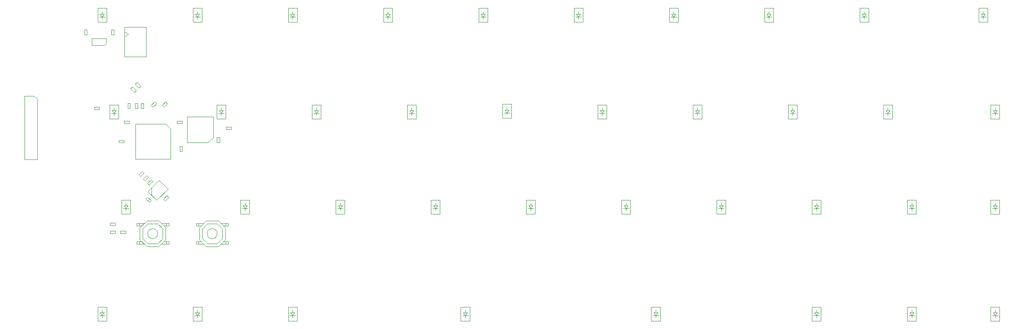
<source format=gbr>
%TF.GenerationSoftware,KiCad,Pcbnew,7.0.6*%
%TF.CreationDate,2023-07-31T23:10:21-04:00*%
%TF.ProjectId,cutiepie2040-hotswap,63757469-6570-4696-9532-3034302d686f,rev?*%
%TF.SameCoordinates,PX2d6b3a0PY6f46b48*%
%TF.FileFunction,AssemblyDrawing,Bot*%
%FSLAX46Y46*%
G04 Gerber Fmt 4.6, Leading zero omitted, Abs format (unit mm)*
G04 Created by KiCad (PCBNEW 7.0.6) date 2023-07-31 23:10:21*
%MOMM*%
%LPD*%
G01*
G04 APERTURE LIST*
%ADD10C,0.100000*%
G04 APERTURE END LIST*
D10*
%TO.C,C_1V-Decoup2*%
X28044742Y50127256D02*
X28398295Y49773703D01*
X28398295Y49773703D02*
X29105402Y50480810D01*
X28751849Y50834363D02*
X28044742Y50127256D01*
X29105402Y50480810D02*
X28751849Y50834363D01*
%TO.C,D6*%
X38985891Y47415862D02*
X40785891Y47415862D01*
X40785891Y47415862D02*
X40785891Y50215862D01*
X39885891Y48065862D02*
X39885891Y48465862D01*
X39885891Y48465862D02*
X39335891Y48465862D01*
X39885891Y48465862D02*
X40435891Y48465862D01*
X39885891Y48465862D02*
X40285891Y49065862D01*
X39485891Y49065862D02*
X39885891Y48465862D01*
X39885891Y49065862D02*
X39885891Y49565862D01*
X40285891Y49065862D02*
X39485891Y49065862D01*
X38985891Y50215862D02*
X38985891Y47415862D01*
X40785891Y50215862D02*
X38985891Y50215862D01*
%TO.C,D14*%
X77085923Y47415862D02*
X78885923Y47415862D01*
X78885923Y47415862D02*
X78885923Y50215862D01*
X77985923Y48065862D02*
X77985923Y48465862D01*
X77985923Y48465862D02*
X77435923Y48465862D01*
X77985923Y48465862D02*
X78535923Y48465862D01*
X77985923Y48465862D02*
X78385923Y49065862D01*
X77585923Y49065862D02*
X77985923Y48465862D01*
X77985923Y49065862D02*
X77985923Y49565862D01*
X78385923Y49065862D02*
X77585923Y49065862D01*
X77085923Y50215862D02*
X77085923Y47415862D01*
X78885923Y50215862D02*
X77085923Y50215862D01*
%TO.C,C_Crystal1*%
X28300645Y31333111D02*
X28654198Y30979558D01*
X28654198Y30979558D02*
X29361305Y31686665D01*
X29007752Y32040218D02*
X28300645Y31333111D01*
X29361305Y31686665D02*
X29007752Y32040218D01*
%TO.C,SW2*%
X22993816Y26507874D02*
X22993816Y26007874D01*
X22993816Y26007874D02*
X23993816Y26007874D01*
X22993816Y22807874D02*
X23993816Y22807874D01*
X22993816Y22307874D02*
X22993816Y22807874D01*
X23493816Y26507874D02*
X23493816Y26007874D01*
X23493816Y22307874D02*
X23493816Y22807874D01*
X23593816Y25607874D02*
X24993816Y27007874D01*
X23593816Y23207874D02*
X23593816Y25607874D01*
X24193816Y25407874D02*
X24193816Y23407874D01*
X24193816Y23407874D02*
X25193816Y22407874D01*
X24493816Y26507874D02*
X22993816Y26507874D01*
X24493816Y22307874D02*
X22993816Y22307874D01*
X24993816Y27007874D02*
X27393816Y27007874D01*
X24993816Y21807874D02*
X23593816Y23207874D01*
X25193816Y26407874D02*
X24193816Y25407874D01*
X25193816Y22407874D02*
X27193816Y22407874D01*
X27193816Y26407874D02*
X25193816Y26407874D01*
X27193816Y22407874D02*
X28193816Y23407874D01*
X27393816Y27007874D02*
X28793816Y25607874D01*
X27393816Y21807874D02*
X24993816Y21807874D01*
X27893816Y26507874D02*
X29393816Y26507874D01*
X27893816Y22307874D02*
X29393816Y22307874D01*
X28193816Y25407874D02*
X27193816Y26407874D01*
X28193816Y23407874D02*
X28193816Y25407874D01*
X28793816Y25607874D02*
X28793816Y23207874D01*
X28793816Y23207874D02*
X27393816Y21807874D01*
X28893816Y26507874D02*
X28893816Y26007874D01*
X28893816Y22307874D02*
X28893816Y22807874D01*
X29393816Y26507874D02*
X29393816Y26007874D01*
X29393816Y26007874D02*
X28393816Y26007874D01*
X29393816Y22807874D02*
X28393816Y22807874D01*
X29393816Y22307874D02*
X29393816Y22807874D01*
X27193816Y24407874D02*
G75*
G03*
X27193816Y24407874I-1000000J0D01*
G01*
%TO.C,D37*%
X193767271Y28365846D02*
X195567271Y28365846D01*
X195567271Y28365846D02*
X195567271Y31165846D01*
X194667271Y29015846D02*
X194667271Y29415846D01*
X194667271Y29415846D02*
X194117271Y29415846D01*
X194667271Y29415846D02*
X195217271Y29415846D01*
X194667271Y29415846D02*
X195067271Y30015846D01*
X194267271Y30015846D02*
X194667271Y29415846D01*
X194667271Y30015846D02*
X194667271Y30515846D01*
X195067271Y30015846D02*
X194267271Y30015846D01*
X193767271Y31165846D02*
X193767271Y28365846D01*
X195567271Y31165846D02*
X193767271Y31165846D01*
%TO.C,R_Crystal1*%
X25111695Y34486706D02*
X25493533Y34104868D01*
X25493533Y34104868D02*
X26235995Y34847330D01*
X25854157Y35229168D02*
X25111695Y34486706D01*
X26235995Y34847330D02*
X25854157Y35229168D01*
%TO.C,R_Flash2*%
X17632076Y24975531D02*
X17632076Y24435531D01*
X17632076Y24435531D02*
X18682076Y24435531D01*
X18682076Y24975531D02*
X17632076Y24975531D01*
X18682076Y24435531D02*
X18682076Y24975531D01*
%TO.C,D17*%
X96135939Y47551801D02*
X97935939Y47551801D01*
X97935939Y47551801D02*
X97935939Y50351801D01*
X97035939Y48201801D02*
X97035939Y48601801D01*
X97035939Y48601801D02*
X96485939Y48601801D01*
X97035939Y48601801D02*
X97585939Y48601801D01*
X97035939Y48601801D02*
X97435939Y49201801D01*
X96635939Y49201801D02*
X97035939Y48601801D01*
X97035939Y49201801D02*
X97035939Y49701801D01*
X97435939Y49201801D02*
X96635939Y49201801D01*
X96135939Y50351801D02*
X96135939Y47551801D01*
X97935939Y50351801D02*
X96135939Y50351801D01*
%TO.C,R_Flash1*%
X39020724Y42635265D02*
X39560724Y42635265D01*
X39560724Y42635265D02*
X39560724Y43685265D01*
X39020724Y43685265D02*
X39020724Y42635265D01*
X39560724Y43685265D02*
X39020724Y43685265D01*
%TO.C,SW1*%
X34900096Y26507874D02*
X34900096Y26007874D01*
X34900096Y26007874D02*
X35900096Y26007874D01*
X34900096Y22807874D02*
X35900096Y22807874D01*
X34900096Y22307874D02*
X34900096Y22807874D01*
X35400096Y26507874D02*
X35400096Y26007874D01*
X35400096Y22307874D02*
X35400096Y22807874D01*
X35500096Y25607874D02*
X36900096Y27007874D01*
X35500096Y23207874D02*
X35500096Y25607874D01*
X36100096Y25407874D02*
X36100096Y23407874D01*
X36100096Y23407874D02*
X37100096Y22407874D01*
X36400096Y26507874D02*
X34900096Y26507874D01*
X36400096Y22307874D02*
X34900096Y22307874D01*
X36900096Y27007874D02*
X39300096Y27007874D01*
X36900096Y21807874D02*
X35500096Y23207874D01*
X37100096Y26407874D02*
X36100096Y25407874D01*
X37100096Y22407874D02*
X39100096Y22407874D01*
X39100096Y26407874D02*
X37100096Y26407874D01*
X39100096Y22407874D02*
X40100096Y23407874D01*
X39300096Y27007874D02*
X40700096Y25607874D01*
X39300096Y21807874D02*
X36900096Y21807874D01*
X39800096Y26507874D02*
X41300096Y26507874D01*
X39800096Y22307874D02*
X41300096Y22307874D01*
X40100096Y25407874D02*
X39100096Y26407874D01*
X40100096Y23407874D02*
X40100096Y25407874D01*
X40700096Y25607874D02*
X40700096Y23207874D01*
X40700096Y23207874D02*
X39300096Y21807874D01*
X40800096Y26507874D02*
X40800096Y26007874D01*
X40800096Y22307874D02*
X40800096Y22807874D01*
X41300096Y26507874D02*
X41300096Y26007874D01*
X41300096Y26007874D02*
X40300096Y26007874D01*
X41300096Y22807874D02*
X40300096Y22807874D01*
X41300096Y22307874D02*
X41300096Y22807874D01*
X39100096Y24407874D02*
G75*
G03*
X39100096Y24407874I-1000000J0D01*
G01*
%TO.C,R_Flash3*%
X19715676Y24975531D02*
X19715676Y24435531D01*
X19715676Y24435531D02*
X20765676Y24435531D01*
X20765676Y24975531D02*
X19715676Y24975531D01*
X20765676Y24435531D02*
X20765676Y24975531D01*
%TO.C,D8*%
X34223387Y6934578D02*
X36023387Y6934578D01*
X36023387Y6934578D02*
X36023387Y9734578D01*
X35123387Y7584578D02*
X35123387Y7984578D01*
X35123387Y7984578D02*
X34573387Y7984578D01*
X35123387Y7984578D02*
X35673387Y7984578D01*
X35123387Y7984578D02*
X35523387Y8584578D01*
X34723387Y8584578D02*
X35123387Y7984578D01*
X35123387Y8584578D02*
X35123387Y9084578D01*
X35523387Y8584578D02*
X34723387Y8584578D01*
X34223387Y9734578D02*
X34223387Y6934578D01*
X36023387Y9734578D02*
X34223387Y9734578D01*
%TO.C,D20*%
X110423718Y66763453D02*
X112223718Y66763453D01*
X112223718Y66763453D02*
X112223718Y69563453D01*
X111323718Y67413453D02*
X111323718Y67813453D01*
X111323718Y67813453D02*
X110773718Y67813453D01*
X111323718Y67813453D02*
X111873718Y67813453D01*
X111323718Y67813453D02*
X111723718Y68413453D01*
X110923718Y68413453D02*
X111323718Y67813453D01*
X111323718Y68413453D02*
X111323718Y68913453D01*
X111723718Y68413453D02*
X110923718Y68413453D01*
X110423718Y69563453D02*
X110423718Y66763453D01*
X112223718Y69563453D02*
X110423718Y69563453D01*
%TO.C,D15*%
X81848427Y28365846D02*
X83648427Y28365846D01*
X83648427Y28365846D02*
X83648427Y31165846D01*
X82748427Y29015846D02*
X82748427Y29415846D01*
X82748427Y29415846D02*
X82198427Y29415846D01*
X82748427Y29415846D02*
X83298427Y29415846D01*
X82748427Y29415846D02*
X83148427Y30015846D01*
X82348427Y30015846D02*
X82748427Y29415846D01*
X82748427Y30015846D02*
X82748427Y30515846D01*
X83148427Y30015846D02*
X82348427Y30015846D01*
X81848427Y31165846D02*
X81848427Y28365846D01*
X83648427Y31165846D02*
X81848427Y31165846D01*
%TO.C,D31*%
X167573499Y66763453D02*
X169373499Y66763453D01*
X169373499Y66763453D02*
X169373499Y69563453D01*
X168473499Y67413453D02*
X168473499Y67813453D01*
X168473499Y67813453D02*
X167923499Y67813453D01*
X168473499Y67813453D02*
X169023499Y67813453D01*
X168473499Y67813453D02*
X168873499Y68413453D01*
X168073499Y68413453D02*
X168473499Y67813453D01*
X168473499Y68413453D02*
X168473499Y68913453D01*
X168873499Y68413453D02*
X168073499Y68413453D01*
X167573499Y69563453D02*
X167573499Y66763453D01*
X169373499Y69563453D02*
X167573499Y69563453D01*
%TO.C,C_3V-Decoup2*%
X21181304Y49506376D02*
X21681304Y49506376D01*
X21681304Y49506376D02*
X21681304Y50506376D01*
X21181304Y50506376D02*
X21181304Y49506376D01*
X21681304Y50506376D02*
X21181304Y50506376D01*
%TO.C,D13*%
X72323622Y66763453D02*
X74123622Y66763453D01*
X74123622Y66763453D02*
X74123622Y69563453D01*
X73223622Y67413453D02*
X73223622Y67813453D01*
X73223622Y67813453D02*
X72673622Y67813453D01*
X73223622Y67813453D02*
X73773622Y67813453D01*
X73223622Y67813453D02*
X73623622Y68413453D01*
X72823622Y68413453D02*
X73223622Y67813453D01*
X73223622Y68413453D02*
X73223622Y68913453D01*
X73623622Y68413453D02*
X72823622Y68413453D01*
X72323622Y69563453D02*
X72323622Y66763453D01*
X74123622Y69563453D02*
X72323622Y69563453D01*
%TO.C,D23*%
X125901589Y6934578D02*
X127701589Y6934578D01*
X127701589Y6934578D02*
X127701589Y9734578D01*
X126801589Y7584578D02*
X126801589Y7984578D01*
X126801589Y7984578D02*
X126251589Y7984578D01*
X126801589Y7984578D02*
X127351589Y7984578D01*
X126801589Y7984578D02*
X127201589Y8584578D01*
X126401589Y8584578D02*
X126801589Y7984578D01*
X126801589Y8584578D02*
X126801589Y9084578D01*
X127201589Y8584578D02*
X126401589Y8584578D01*
X125901589Y9734578D02*
X125901589Y6934578D01*
X127701589Y9734578D02*
X125901589Y9734578D01*
%TO.C,C_3V-Decoup7*%
X22669589Y49506376D02*
X23169589Y49506376D01*
X23169589Y49506376D02*
X23169589Y50506376D01*
X22669589Y50506376D02*
X22669589Y49506376D01*
X23169589Y50506376D02*
X22669589Y50506376D01*
%TO.C,D32*%
X172336003Y47415862D02*
X174136003Y47415862D01*
X174136003Y47415862D02*
X174136003Y50215862D01*
X173236003Y48065862D02*
X173236003Y48465862D01*
X173236003Y48465862D02*
X172686003Y48465862D01*
X173236003Y48465862D02*
X173786003Y48465862D01*
X173236003Y48465862D02*
X173636003Y49065862D01*
X172836003Y49065862D02*
X173236003Y48465862D01*
X173236003Y49065862D02*
X173236003Y49565862D01*
X173636003Y49065862D02*
X172836003Y49065862D01*
X172336003Y50215862D02*
X172336003Y47415862D01*
X174136003Y50215862D02*
X172336003Y50215862D01*
%TO.C,D4*%
X15173371Y6934578D02*
X16973371Y6934578D01*
X16973371Y6934578D02*
X16973371Y9734578D01*
X16073371Y7584578D02*
X16073371Y7984578D01*
X16073371Y7984578D02*
X15523371Y7984578D01*
X16073371Y7984578D02*
X16623371Y7984578D01*
X16073371Y7984578D02*
X16473371Y8584578D01*
X15673371Y8584578D02*
X16073371Y7984578D01*
X16073371Y8584578D02*
X16073371Y9084578D01*
X16473371Y8584578D02*
X15673371Y8584578D01*
X15173371Y9734578D02*
X15173371Y6934578D01*
X16973371Y9734578D02*
X15173371Y9734578D01*
%TO.C,C_3V-Decoup9*%
X32099299Y41874323D02*
X31599299Y41874323D01*
X31599299Y41874323D02*
X31599299Y40874323D01*
X32099299Y40874323D02*
X32099299Y41874323D01*
X31599299Y40874323D02*
X32099299Y40874323D01*
%TO.C,C_3V-Decoup4*%
X20443019Y42612608D02*
X20443019Y43112608D01*
X20443019Y43112608D02*
X19443019Y43112608D01*
X19443019Y42612608D02*
X20443019Y42612608D01*
X19443019Y43112608D02*
X19443019Y42612608D01*
%TO.C,D26*%
X138998475Y28365846D02*
X140798475Y28365846D01*
X140798475Y28365846D02*
X140798475Y31165846D01*
X139898475Y29015846D02*
X139898475Y29415846D01*
X139898475Y29415846D02*
X139348475Y29415846D01*
X139898475Y29415846D02*
X140448475Y29415846D01*
X139898475Y29415846D02*
X140298475Y30015846D01*
X139498475Y30015846D02*
X139898475Y29415846D01*
X139898475Y30015846D02*
X139898475Y30515846D01*
X140298475Y30015846D02*
X139498475Y30015846D01*
X138998475Y31165846D02*
X138998475Y28365846D01*
X140798475Y31165846D02*
X138998475Y31165846D01*
%TO.C,D28*%
X153285987Y47415862D02*
X155085987Y47415862D01*
X155085987Y47415862D02*
X155085987Y50215862D01*
X154185987Y48065862D02*
X154185987Y48465862D01*
X154185987Y48465862D02*
X153635987Y48465862D01*
X154185987Y48465862D02*
X154735987Y48465862D01*
X154185987Y48465862D02*
X154585987Y49065862D01*
X153785987Y49065862D02*
X154185987Y48465862D01*
X154185987Y49065862D02*
X154185987Y49565862D01*
X154585987Y49065862D02*
X153785987Y49065862D01*
X153285987Y50215862D02*
X153285987Y47415862D01*
X155085987Y50215862D02*
X153285987Y50215862D01*
%TO.C,R_DATA1*%
X23036934Y54735724D02*
X22655096Y54353886D01*
X22655096Y54353886D02*
X23397558Y53611424D01*
X23779396Y53993262D02*
X23036934Y54735724D01*
X23397558Y53611424D02*
X23779396Y53993262D01*
%TO.C,C_3V-Decoup8*%
X25311205Y35736765D02*
X24957652Y36090318D01*
X24957652Y36090318D02*
X24250545Y35383211D01*
X24604098Y35029658D02*
X25311205Y35736765D01*
X24250545Y35383211D02*
X24604098Y35029658D01*
%TO.C,C_Flash1*%
X40874323Y45791521D02*
X40874323Y45291521D01*
X40874323Y45291521D02*
X41874323Y45291521D01*
X41874323Y45791521D02*
X40874323Y45791521D01*
X41874323Y45291521D02*
X41874323Y45791521D01*
%TO.C,D10*%
X58035907Y47415862D02*
X59835907Y47415862D01*
X59835907Y47415862D02*
X59835907Y50215862D01*
X58935907Y48065862D02*
X58935907Y48465862D01*
X58935907Y48465862D02*
X58385907Y48465862D01*
X58935907Y48465862D02*
X59485907Y48465862D01*
X58935907Y48465862D02*
X59335907Y49065862D01*
X58535907Y49065862D02*
X58935907Y48465862D01*
X58935907Y49065862D02*
X58935907Y49565862D01*
X59335907Y49065862D02*
X58535907Y49065862D01*
X58035907Y50215862D02*
X58035907Y47415862D01*
X59835907Y50215862D02*
X58035907Y50215862D01*
%TO.C,D35*%
X191386019Y66763453D02*
X193186019Y66763453D01*
X193186019Y66763453D02*
X193186019Y69563453D01*
X192286019Y67413453D02*
X192286019Y67813453D01*
X192286019Y67813453D02*
X191736019Y67813453D01*
X192286019Y67813453D02*
X192836019Y67813453D01*
X192286019Y67813453D02*
X192686019Y68413453D01*
X191886019Y68413453D02*
X192286019Y67813453D01*
X192286019Y68413453D02*
X192286019Y68913453D01*
X192686019Y68413453D02*
X191886019Y68413453D01*
X191386019Y69563453D02*
X191386019Y66763453D01*
X193186019Y69563453D02*
X191386019Y69563453D01*
%TO.C,D38*%
X193767271Y6934578D02*
X195567271Y6934578D01*
X195567271Y6934578D02*
X195567271Y9734578D01*
X194667271Y7584578D02*
X194667271Y7984578D01*
X194667271Y7984578D02*
X194117271Y7984578D01*
X194667271Y7984578D02*
X195217271Y7984578D01*
X194667271Y7984578D02*
X195067271Y8584578D01*
X194267271Y8584578D02*
X194667271Y7984578D01*
X194667271Y8584578D02*
X194667271Y9084578D01*
X195067271Y8584578D02*
X194267271Y8584578D01*
X193767271Y9734578D02*
X193767271Y6934578D01*
X195567271Y9734578D02*
X193767271Y9734578D01*
%TO.C,D19*%
X87801557Y6934578D02*
X89601557Y6934578D01*
X89601557Y6934578D02*
X89601557Y9734578D01*
X88701557Y7584578D02*
X88701557Y7984578D01*
X88701557Y7984578D02*
X88151557Y7984578D01*
X88701557Y7984578D02*
X89251557Y7984578D01*
X88701557Y7984578D02*
X89101557Y8584578D01*
X88301557Y8584578D02*
X88701557Y7984578D01*
X88701557Y8584578D02*
X88701557Y9084578D01*
X89101557Y8584578D02*
X88301557Y8584578D01*
X87801557Y9734578D02*
X87801557Y6934578D01*
X89601557Y9734578D02*
X87801557Y9734578D01*
%TO.C,U3*%
X14028164Y62155627D02*
X16603164Y62155627D01*
X16603164Y62155627D02*
X16928164Y62480627D01*
X16928164Y62480627D02*
X16928164Y63455627D01*
X14028164Y63455627D02*
X14028164Y62155627D01*
X16928164Y63455627D02*
X14028164Y63455627D01*
%TO.C,D25*%
X134235971Y47415862D02*
X136035971Y47415862D01*
X136035971Y47415862D02*
X136035971Y50215862D01*
X135135971Y48065862D02*
X135135971Y48465862D01*
X135135971Y48465862D02*
X134585971Y48465862D01*
X135135971Y48465862D02*
X135685971Y48465862D01*
X135135971Y48465862D02*
X135535971Y49065862D01*
X134735971Y49065862D02*
X135135971Y48465862D01*
X135135971Y49065862D02*
X135135971Y49565862D01*
X135535971Y49065862D02*
X134735971Y49065862D01*
X134235971Y50215862D02*
X134235971Y47415862D01*
X136035971Y50215862D02*
X134235971Y50215862D01*
%TO.C,D11*%
X62798411Y28365846D02*
X64598411Y28365846D01*
X64598411Y28365846D02*
X64598411Y31165846D01*
X63698411Y29015846D02*
X63698411Y29415846D01*
X63698411Y29415846D02*
X63148411Y29415846D01*
X63698411Y29415846D02*
X64248411Y29415846D01*
X63698411Y29415846D02*
X64098411Y30015846D01*
X63298411Y30015846D02*
X63698411Y29415846D01*
X63698411Y30015846D02*
X63698411Y30515846D01*
X64098411Y30015846D02*
X63298411Y30015846D01*
X62798411Y31165846D02*
X62798411Y28365846D01*
X64598411Y31165846D02*
X62798411Y31165846D01*
%TO.C,C_1V-Decoup3*%
X24469304Y36578666D02*
X24115751Y36932219D01*
X24115751Y36932219D02*
X23408644Y36225112D01*
X23762197Y35871559D02*
X24469304Y36578666D01*
X23408644Y36225112D02*
X23762197Y35871559D01*
%TO.C,D18*%
X100898443Y28365846D02*
X102698443Y28365846D01*
X102698443Y28365846D02*
X102698443Y31165846D01*
X101798443Y29015846D02*
X101798443Y29415846D01*
X101798443Y29415846D02*
X101248443Y29415846D01*
X101798443Y29415846D02*
X102348443Y29415846D01*
X101798443Y29415846D02*
X102198443Y30015846D01*
X101398443Y30015846D02*
X101798443Y29415846D01*
X101798443Y30015846D02*
X101798443Y30515846D01*
X102198443Y30015846D02*
X101398443Y30015846D01*
X100898443Y31165846D02*
X100898443Y28365846D01*
X102698443Y31165846D02*
X100898443Y31165846D01*
%TO.C,D34*%
X177098507Y6934578D02*
X178898507Y6934578D01*
X178898507Y6934578D02*
X178898507Y9734578D01*
X177998507Y7584578D02*
X177998507Y7984578D01*
X177998507Y7984578D02*
X177448507Y7984578D01*
X177998507Y7984578D02*
X178548507Y7984578D01*
X177998507Y7984578D02*
X178398507Y8584578D01*
X177598507Y8584578D02*
X177998507Y7984578D01*
X177998507Y8584578D02*
X177998507Y9084578D01*
X178398507Y8584578D02*
X177598507Y8584578D01*
X177098507Y9734578D02*
X177098507Y6934578D01*
X178898507Y9734578D02*
X177098507Y9734578D01*
%TO.C,D2*%
X17554623Y47415862D02*
X19354623Y47415862D01*
X19354623Y47415862D02*
X19354623Y50215862D01*
X18454623Y48065862D02*
X18454623Y48465862D01*
X18454623Y48465862D02*
X17904623Y48465862D01*
X18454623Y48465862D02*
X19004623Y48465862D01*
X18454623Y48465862D02*
X18854623Y49065862D01*
X18054623Y49065862D02*
X18454623Y48465862D01*
X18454623Y49065862D02*
X18454623Y49565862D01*
X18854623Y49065862D02*
X18054623Y49065862D01*
X17554623Y50215862D02*
X17554623Y47415862D01*
X19354623Y50215862D02*
X17554623Y50215862D01*
%TO.C,D3*%
X19935875Y28365846D02*
X21735875Y28365846D01*
X21735875Y28365846D02*
X21735875Y31165846D01*
X20835875Y29015846D02*
X20835875Y29415846D01*
X20835875Y29415846D02*
X20285875Y29415846D01*
X20835875Y29415846D02*
X21385875Y29415846D01*
X20835875Y29415846D02*
X21235875Y30015846D01*
X20435875Y30015846D02*
X20835875Y29415846D01*
X20835875Y30015846D02*
X20835875Y30515846D01*
X21235875Y30015846D02*
X20435875Y30015846D01*
X19935875Y31165846D02*
X19935875Y28365846D01*
X21735875Y31165846D02*
X19935875Y31165846D01*
%TO.C,D29*%
X158048491Y28365846D02*
X159848491Y28365846D01*
X159848491Y28365846D02*
X159848491Y31165846D01*
X158948491Y29015846D02*
X158948491Y29415846D01*
X158948491Y29415846D02*
X158398491Y29415846D01*
X158948491Y29415846D02*
X159498491Y29415846D01*
X158948491Y29415846D02*
X159348491Y30015846D01*
X158548491Y30015846D02*
X158948491Y29415846D01*
X158948491Y30015846D02*
X158948491Y30515846D01*
X159348491Y30015846D02*
X158548491Y30015846D01*
X158048491Y31165846D02*
X158048491Y28365846D01*
X159848491Y31165846D02*
X158048491Y31165846D01*
%TO.C,D16*%
X91373670Y66763453D02*
X93173670Y66763453D01*
X93173670Y66763453D02*
X93173670Y69563453D01*
X92273670Y67413453D02*
X92273670Y67813453D01*
X92273670Y67813453D02*
X91723670Y67813453D01*
X92273670Y67813453D02*
X92823670Y67813453D01*
X92273670Y67813453D02*
X92673670Y68413453D01*
X91873670Y68413453D02*
X92273670Y67813453D01*
X92273670Y68413453D02*
X92273670Y68913453D01*
X92673670Y68413453D02*
X91873670Y68413453D01*
X91373670Y69563453D02*
X91373670Y66763453D01*
X93173670Y69563453D02*
X91373670Y69563453D01*
%TO.C,C_3V-Decoup6*%
X31051642Y46982149D02*
X31051642Y46482149D01*
X31051642Y46482149D02*
X32051642Y46482149D01*
X32051642Y46982149D02*
X31051642Y46982149D01*
X32051642Y46482149D02*
X32051642Y46982149D01*
%TO.C,D30*%
X158048491Y6934578D02*
X159848491Y6934578D01*
X159848491Y6934578D02*
X159848491Y9734578D01*
X158948491Y7584578D02*
X158948491Y7984578D01*
X158948491Y7984578D02*
X158398491Y7984578D01*
X158948491Y7984578D02*
X159498491Y7984578D01*
X158948491Y7984578D02*
X159348491Y8584578D01*
X158548491Y8584578D02*
X158948491Y7984578D01*
X158948491Y8584578D02*
X158948491Y9084578D01*
X159348491Y8584578D02*
X158548491Y8584578D01*
X158048491Y9734578D02*
X158048491Y6934578D01*
X159848491Y9734578D02*
X158048491Y9734578D01*
%TO.C,D1*%
X15173478Y66763453D02*
X16973478Y66763453D01*
X16973478Y66763453D02*
X16973478Y69563453D01*
X16073478Y67413453D02*
X16073478Y67813453D01*
X16073478Y67813453D02*
X15523478Y67813453D01*
X16073478Y67813453D02*
X16623478Y67813453D01*
X16073478Y67813453D02*
X16473478Y68413453D01*
X15673478Y68413453D02*
X16073478Y67813453D01*
X16073478Y68413453D02*
X16073478Y68913453D01*
X16473478Y68413453D02*
X15673478Y68413453D01*
X15173478Y69563453D02*
X15173478Y66763453D01*
X16973478Y69563453D02*
X15173478Y69563453D01*
%TO.C,C_3V-Decoup1*%
X15498164Y49276376D02*
X15498164Y49776376D01*
X15498164Y49776376D02*
X14498164Y49776376D01*
X14498164Y49276376D02*
X15498164Y49276376D01*
X14498164Y49776376D02*
X14498164Y49276376D01*
%TO.C,C_LD1*%
X17907077Y64285627D02*
X18407077Y64285627D01*
X18407077Y64285627D02*
X18407077Y65285627D01*
X17907077Y65285627D02*
X17907077Y64285627D01*
X18407077Y65285627D02*
X17907077Y65285627D01*
%TO.C,R_RST1*%
X17632077Y26577874D02*
X17632077Y26037874D01*
X17632077Y26037874D02*
X18682077Y26037874D01*
X18682077Y26577874D02*
X17632077Y26577874D01*
X18682077Y26037874D02*
X18682077Y26577874D01*
%TO.C,U2*%
X33103700Y42628984D02*
X37333700Y42628984D01*
X37333700Y42628984D02*
X38333700Y43628984D01*
X38333700Y43628984D02*
X38333700Y47858984D01*
X33103700Y47858984D02*
X33103700Y42628984D01*
X38333700Y47858984D02*
X33103700Y47858984D01*
%TO.C,D33*%
X177098507Y28365846D02*
X178898507Y28365846D01*
X178898507Y28365846D02*
X178898507Y31165846D01*
X177998507Y29015846D02*
X177998507Y29415846D01*
X177998507Y29415846D02*
X177448507Y29415846D01*
X177998507Y29415846D02*
X178548507Y29415846D01*
X177998507Y29415846D02*
X178398507Y30015846D01*
X177598507Y30015846D02*
X177998507Y29415846D01*
X177998507Y30015846D02*
X177998507Y30515846D01*
X178398507Y30015846D02*
X177598507Y30015846D01*
X177098507Y31165846D02*
X177098507Y28365846D01*
X178898507Y31165846D02*
X177098507Y31165846D01*
%TO.C,D36*%
X193767271Y47415862D02*
X195567271Y47415862D01*
X195567271Y47415862D02*
X195567271Y50215862D01*
X194667271Y48065862D02*
X194667271Y48465862D01*
X194667271Y48465862D02*
X194117271Y48465862D01*
X194667271Y48465862D02*
X195217271Y48465862D01*
X194667271Y48465862D02*
X195067271Y49065862D01*
X194267271Y49065862D02*
X194667271Y48465862D01*
X194667271Y49065862D02*
X194667271Y49565862D01*
X195067271Y49065862D02*
X194267271Y49065862D01*
X193767271Y50215862D02*
X193767271Y47415862D01*
X195567271Y50215862D02*
X193767271Y50215862D01*
%TO.C,D7*%
X43748395Y28365846D02*
X45548395Y28365846D01*
X45548395Y28365846D02*
X45548395Y31165846D01*
X44648395Y29015846D02*
X44648395Y29415846D01*
X44648395Y29415846D02*
X44098395Y29415846D01*
X44648395Y29415846D02*
X45198395Y29415846D01*
X44648395Y29415846D02*
X45048395Y30015846D01*
X44248395Y30015846D02*
X44648395Y29415846D01*
X44648395Y30015846D02*
X44648395Y30515846D01*
X45048395Y30015846D02*
X44248395Y30015846D01*
X43748395Y31165846D02*
X43748395Y28365846D01*
X45548395Y31165846D02*
X43748395Y31165846D01*
%TO.C,D12*%
X53273403Y6934578D02*
X55073403Y6934578D01*
X55073403Y6934578D02*
X55073403Y9734578D01*
X54173403Y7584578D02*
X54173403Y7984578D01*
X54173403Y7984578D02*
X53623403Y7984578D01*
X54173403Y7984578D02*
X54723403Y7984578D01*
X54173403Y7984578D02*
X54573403Y8584578D01*
X53773403Y8584578D02*
X54173403Y7984578D01*
X54173403Y8584578D02*
X54173403Y9084578D01*
X54573403Y8584578D02*
X53773403Y8584578D01*
X53273403Y9734578D02*
X53273403Y6934578D01*
X55073403Y9734578D02*
X53273403Y9734578D01*
%TO.C,C_1V-Decoup1*%
X23860217Y49506376D02*
X24360217Y49506376D01*
X24360217Y49506376D02*
X24360217Y50506376D01*
X23860217Y50506376D02*
X23860217Y49506376D01*
X24360217Y50506376D02*
X23860217Y50506376D01*
%TO.C,C_3V-Decoup3*%
X25887270Y50127256D02*
X26240823Y49773703D01*
X26240823Y49773703D02*
X26947930Y50480810D01*
X26594377Y50834363D02*
X25887270Y50127256D01*
X26947930Y50480810D02*
X26594377Y50834363D01*
%TO.C,D22*%
X119948459Y28365846D02*
X121748459Y28365846D01*
X121748459Y28365846D02*
X121748459Y31165846D01*
X120848459Y29015846D02*
X120848459Y29415846D01*
X120848459Y29415846D02*
X120298459Y29415846D01*
X120848459Y29415846D02*
X121398459Y29415846D01*
X120848459Y29415846D02*
X121248459Y30015846D01*
X120448459Y30015846D02*
X120848459Y29415846D01*
X120848459Y30015846D02*
X120848459Y30515846D01*
X121248459Y30015846D02*
X120448459Y30015846D01*
X119948459Y31165846D02*
X119948459Y28365846D01*
X121748459Y31165846D02*
X119948459Y31165846D01*
%TO.C,U1*%
X29778188Y39362608D02*
X29778188Y45362608D01*
X29778188Y45362608D02*
X28778188Y46362608D01*
X28778188Y46362608D02*
X22778188Y46362608D01*
X22778188Y39362608D02*
X29778188Y39362608D01*
X22778188Y46362608D02*
X22778188Y39362608D01*
%TO.C,J2*%
X3119880Y39282794D02*
X3119880Y51347794D01*
X3119880Y51347794D02*
X2484880Y51982794D01*
X2484880Y51982794D02*
X579880Y51982794D01*
X579880Y39282794D02*
X3119880Y39282794D01*
X579880Y51982794D02*
X579880Y39282794D01*
%TO.C,D27*%
X148523483Y66763453D02*
X150323483Y66763453D01*
X150323483Y66763453D02*
X150323483Y69563453D01*
X149423483Y67413453D02*
X149423483Y67813453D01*
X149423483Y67813453D02*
X148873483Y67813453D01*
X149423483Y67813453D02*
X149973483Y67813453D01*
X149423483Y67813453D02*
X149823483Y68413453D01*
X149023483Y68413453D02*
X149423483Y67813453D01*
X149423483Y68413453D02*
X149423483Y68913453D01*
X149823483Y68413453D02*
X149023483Y68413453D01*
X148523483Y69563453D02*
X148523483Y66763453D01*
X150323483Y69563453D02*
X148523483Y69563453D01*
%TO.C,C_Crystal2*%
X25511211Y30687544D02*
X25864764Y31041097D01*
X25864764Y31041097D02*
X25157657Y31748204D01*
X24804104Y31394651D02*
X25511211Y30687544D01*
X25157657Y31748204D02*
X24804104Y31394651D01*
%TO.C,D9*%
X53273574Y66763453D02*
X55073574Y66763453D01*
X55073574Y66763453D02*
X55073574Y69563453D01*
X54173574Y67413453D02*
X54173574Y67813453D01*
X54173574Y67813453D02*
X53623574Y67813453D01*
X54173574Y67813453D02*
X54723574Y67813453D01*
X54173574Y67813453D02*
X54573574Y68413453D01*
X53773574Y68413453D02*
X54173574Y67813453D01*
X54173574Y68413453D02*
X54173574Y68913453D01*
X54573574Y68413453D02*
X53773574Y68413453D01*
X53273574Y69563453D02*
X53273574Y66763453D01*
X55073574Y69563453D02*
X53273574Y69563453D01*
%TO.C,D24*%
X129473467Y66763453D02*
X131273467Y66763453D01*
X131273467Y66763453D02*
X131273467Y69563453D01*
X130373467Y67413453D02*
X130373467Y67813453D01*
X130373467Y67813453D02*
X129823467Y67813453D01*
X130373467Y67813453D02*
X130923467Y67813453D01*
X130373467Y67813453D02*
X130773467Y68413453D01*
X129973467Y68413453D02*
X130373467Y67813453D01*
X130373467Y68413453D02*
X130373467Y68913453D01*
X130773467Y68413453D02*
X129973467Y68413453D01*
X129473467Y69563453D02*
X129473467Y66763453D01*
X131273467Y69563453D02*
X129473467Y69563453D01*
%TO.C,C_3V-Decoup5*%
X21451304Y46482149D02*
X21451304Y46982149D01*
X21451304Y46982149D02*
X20451304Y46982149D01*
X20451304Y46482149D02*
X21451304Y46482149D01*
X20451304Y46982149D02*
X20451304Y46482149D01*
%TO.C,R_DATA2*%
X22143963Y53842753D02*
X21762125Y53460915D01*
X21762125Y53460915D02*
X22504587Y52718453D01*
X22886425Y53100291D02*
X22143963Y53842753D01*
X22504587Y52718453D02*
X22886425Y53100291D01*
%TO.C,C_LD2*%
X12549251Y64285627D02*
X13049251Y64285627D01*
X13049251Y64285627D02*
X13049251Y65285627D01*
X12549251Y65285627D02*
X12549251Y64285627D01*
X13049251Y65285627D02*
X12549251Y65285627D01*
%TO.C,J1*%
X24824880Y65805627D02*
X24824880Y59805627D01*
X20574880Y65805627D02*
X24824880Y65805627D01*
X20574880Y65805627D02*
X20574880Y59805627D01*
X20574880Y64805627D02*
X21281987Y64305627D01*
X21281987Y64305627D02*
X20574880Y63805627D01*
X20574880Y59805627D02*
X24824880Y59805627D01*
%TO.C,D21*%
X115185955Y47415862D02*
X116985955Y47415862D01*
X116985955Y47415862D02*
X116985955Y50215862D01*
X116085955Y48065862D02*
X116085955Y48465862D01*
X116085955Y48465862D02*
X115535955Y48465862D01*
X116085955Y48465862D02*
X116635955Y48465862D01*
X116085955Y48465862D02*
X116485955Y49065862D01*
X115685955Y49065862D02*
X116085955Y48465862D01*
X116085955Y49065862D02*
X116085955Y49565862D01*
X116485955Y49065862D02*
X115685955Y49065862D01*
X115185955Y50215862D02*
X115185955Y47415862D01*
X116985955Y50215862D02*
X115185955Y50215862D01*
%TO.C,Y1*%
X25213458Y32864664D02*
X27476199Y35127405D01*
X25920564Y32157557D02*
X25920564Y33571770D01*
X26981225Y31096897D02*
X25213458Y32864664D01*
X27476199Y35127405D02*
X29243966Y33359638D01*
X29243966Y33359638D02*
X26981225Y31096897D01*
%TO.C,D5*%
X34223526Y66763453D02*
X36023526Y66763453D01*
X36023526Y66763453D02*
X36023526Y69563453D01*
X35123526Y67413453D02*
X35123526Y67813453D01*
X35123526Y67813453D02*
X34573526Y67813453D01*
X35123526Y67813453D02*
X35673526Y67813453D01*
X35123526Y67813453D02*
X35523526Y68413453D01*
X34723526Y68413453D02*
X35123526Y67813453D01*
X35123526Y68413453D02*
X35123526Y68913453D01*
X35523526Y68413453D02*
X34723526Y68413453D01*
X34223526Y69563453D02*
X34223526Y66763453D01*
X36023526Y69563453D02*
X34223526Y69563453D01*
%TD*%
M02*

</source>
